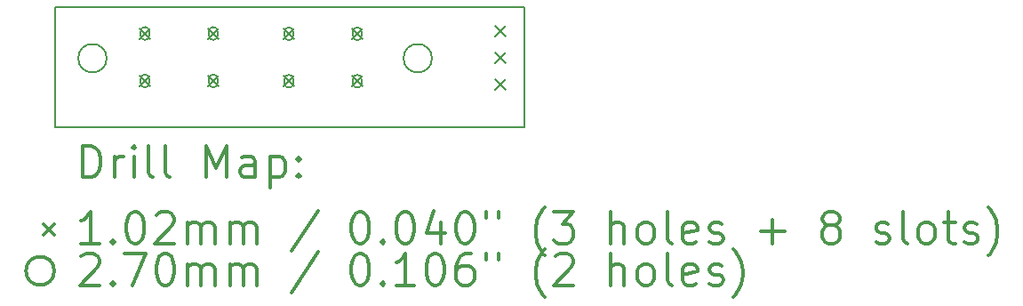
<source format=gbr>
%FSLAX45Y45*%
G04 Gerber Fmt 4.5, Leading zero omitted, Abs format (unit mm)*
G04 Created by KiCad (PCBNEW 0.201601262101+6516~42~ubuntu15.10.1-product) date Wed 27 Jan 2016 01:39:52 PM CET*
%MOMM*%
G01*
G04 APERTURE LIST*
%ADD10C,0.127000*%
%ADD11C,0.150000*%
%ADD12C,0.200000*%
%ADD13C,0.300000*%
G04 APERTURE END LIST*
D10*
D11*
X13970000Y-10871200D02*
X16687800Y-10871200D01*
X13970000Y-9728200D02*
X13970000Y-10871200D01*
X18440400Y-9728200D02*
X13970000Y-9728200D01*
X18440400Y-10871200D02*
X18440400Y-9728200D01*
X16687800Y-10871200D02*
X18440400Y-10871200D01*
D12*
X14775180Y-9923780D02*
X14876780Y-10025380D01*
X14876780Y-9923780D02*
X14775180Y-10025380D01*
X14785180Y-9954260D02*
X14785180Y-9994900D01*
X14866780Y-9954260D02*
X14866780Y-9994900D01*
X14785180Y-9994900D02*
G75*
G03X14866780Y-9994900I40800J0D01*
G01*
X14866780Y-9954260D02*
G75*
G03X14785180Y-9954260I-40800J0D01*
G01*
X14775180Y-10375900D02*
X14876780Y-10477500D01*
X14876780Y-10375900D02*
X14775180Y-10477500D01*
X14785180Y-10406380D02*
X14785180Y-10447020D01*
X14866780Y-10406380D02*
X14866780Y-10447020D01*
X14785180Y-10447020D02*
G75*
G03X14866780Y-10447020I40800J0D01*
G01*
X14866780Y-10406380D02*
G75*
G03X14785180Y-10406380I-40800J0D01*
G01*
X15425420Y-9923780D02*
X15527020Y-10025380D01*
X15527020Y-9923780D02*
X15425420Y-10025380D01*
X15435420Y-9954260D02*
X15435420Y-9994900D01*
X15517020Y-9954260D02*
X15517020Y-9994900D01*
X15435420Y-9994900D02*
G75*
G03X15517020Y-9994900I40800J0D01*
G01*
X15517020Y-9954260D02*
G75*
G03X15435420Y-9954260I-40800J0D01*
G01*
X15425420Y-10375900D02*
X15527020Y-10477500D01*
X15527020Y-10375900D02*
X15425420Y-10477500D01*
X15435420Y-10406380D02*
X15435420Y-10447020D01*
X15517020Y-10406380D02*
X15517020Y-10447020D01*
X15435420Y-10447020D02*
G75*
G03X15517020Y-10447020I40800J0D01*
G01*
X15517020Y-10406380D02*
G75*
G03X15435420Y-10406380I-40800J0D01*
G01*
X16146526Y-9927082D02*
X16248126Y-10028682D01*
X16248126Y-9927082D02*
X16146526Y-10028682D01*
X16156526Y-9957562D02*
X16156526Y-9998202D01*
X16238126Y-9957562D02*
X16238126Y-9998202D01*
X16156526Y-9998202D02*
G75*
G03X16238126Y-9998202I40800J0D01*
G01*
X16238126Y-9957562D02*
G75*
G03X16156526Y-9957562I-40800J0D01*
G01*
X16146526Y-10379202D02*
X16248126Y-10480802D01*
X16248126Y-10379202D02*
X16146526Y-10480802D01*
X16156526Y-10409682D02*
X16156526Y-10450322D01*
X16238126Y-10409682D02*
X16238126Y-10450322D01*
X16156526Y-10450322D02*
G75*
G03X16238126Y-10450322I40800J0D01*
G01*
X16238126Y-10409682D02*
G75*
G03X16156526Y-10409682I-40800J0D01*
G01*
X16796766Y-9927082D02*
X16898366Y-10028682D01*
X16898366Y-9927082D02*
X16796766Y-10028682D01*
X16806766Y-9957562D02*
X16806766Y-9998202D01*
X16888366Y-9957562D02*
X16888366Y-9998202D01*
X16806766Y-9998202D02*
G75*
G03X16888366Y-9998202I40800J0D01*
G01*
X16888366Y-9957562D02*
G75*
G03X16806766Y-9957562I-40800J0D01*
G01*
X16796766Y-10379202D02*
X16898366Y-10480802D01*
X16898366Y-10379202D02*
X16796766Y-10480802D01*
X16806766Y-10409682D02*
X16806766Y-10450322D01*
X16888366Y-10409682D02*
X16888366Y-10450322D01*
X16806766Y-10450322D02*
G75*
G03X16888366Y-10450322I40800J0D01*
G01*
X16888366Y-10409682D02*
G75*
G03X16806766Y-10409682I-40800J0D01*
G01*
X18161000Y-9906000D02*
X18262600Y-10007600D01*
X18262600Y-9906000D02*
X18161000Y-10007600D01*
X18161000Y-10160000D02*
X18262600Y-10261600D01*
X18262600Y-10160000D02*
X18161000Y-10261600D01*
X18161000Y-10414000D02*
X18262600Y-10515600D01*
X18262600Y-10414000D02*
X18161000Y-10515600D01*
X14460600Y-10210800D02*
G75*
G03X14460600Y-10210800I-135000J0D01*
G01*
X17559400Y-10210800D02*
G75*
G03X17559400Y-10210800I-135000J0D01*
G01*
D13*
X14233928Y-11344414D02*
X14233928Y-11044414D01*
X14305357Y-11044414D01*
X14348214Y-11058700D01*
X14376786Y-11087272D01*
X14391071Y-11115843D01*
X14405357Y-11172986D01*
X14405357Y-11215843D01*
X14391071Y-11272986D01*
X14376786Y-11301557D01*
X14348214Y-11330129D01*
X14305357Y-11344414D01*
X14233928Y-11344414D01*
X14533928Y-11344414D02*
X14533928Y-11144414D01*
X14533928Y-11201557D02*
X14548214Y-11172986D01*
X14562500Y-11158700D01*
X14591071Y-11144414D01*
X14619643Y-11144414D01*
X14719643Y-11344414D02*
X14719643Y-11144414D01*
X14719643Y-11044414D02*
X14705357Y-11058700D01*
X14719643Y-11072986D01*
X14733928Y-11058700D01*
X14719643Y-11044414D01*
X14719643Y-11072986D01*
X14905357Y-11344414D02*
X14876786Y-11330129D01*
X14862500Y-11301557D01*
X14862500Y-11044414D01*
X15062500Y-11344414D02*
X15033928Y-11330129D01*
X15019643Y-11301557D01*
X15019643Y-11044414D01*
X15405357Y-11344414D02*
X15405357Y-11044414D01*
X15505357Y-11258700D01*
X15605357Y-11044414D01*
X15605357Y-11344414D01*
X15876786Y-11344414D02*
X15876786Y-11187271D01*
X15862500Y-11158700D01*
X15833928Y-11144414D01*
X15776786Y-11144414D01*
X15748214Y-11158700D01*
X15876786Y-11330129D02*
X15848214Y-11344414D01*
X15776786Y-11344414D01*
X15748214Y-11330129D01*
X15733928Y-11301557D01*
X15733928Y-11272986D01*
X15748214Y-11244414D01*
X15776786Y-11230129D01*
X15848214Y-11230129D01*
X15876786Y-11215843D01*
X16019643Y-11144414D02*
X16019643Y-11444414D01*
X16019643Y-11158700D02*
X16048214Y-11144414D01*
X16105357Y-11144414D01*
X16133928Y-11158700D01*
X16148214Y-11172986D01*
X16162500Y-11201557D01*
X16162500Y-11287271D01*
X16148214Y-11315843D01*
X16133928Y-11330129D01*
X16105357Y-11344414D01*
X16048214Y-11344414D01*
X16019643Y-11330129D01*
X16291071Y-11315843D02*
X16305357Y-11330129D01*
X16291071Y-11344414D01*
X16276786Y-11330129D01*
X16291071Y-11315843D01*
X16291071Y-11344414D01*
X16291071Y-11158700D02*
X16305357Y-11172986D01*
X16291071Y-11187271D01*
X16276786Y-11172986D01*
X16291071Y-11158700D01*
X16291071Y-11187271D01*
X13860900Y-11787900D02*
X13962500Y-11889500D01*
X13962500Y-11787900D02*
X13860900Y-11889500D01*
X14391071Y-11974414D02*
X14219643Y-11974414D01*
X14305357Y-11974414D02*
X14305357Y-11674414D01*
X14276786Y-11717271D01*
X14248214Y-11745843D01*
X14219643Y-11760129D01*
X14519643Y-11945843D02*
X14533928Y-11960129D01*
X14519643Y-11974414D01*
X14505357Y-11960129D01*
X14519643Y-11945843D01*
X14519643Y-11974414D01*
X14719643Y-11674414D02*
X14748214Y-11674414D01*
X14776786Y-11688700D01*
X14791071Y-11702986D01*
X14805357Y-11731557D01*
X14819643Y-11788700D01*
X14819643Y-11860129D01*
X14805357Y-11917271D01*
X14791071Y-11945843D01*
X14776786Y-11960129D01*
X14748214Y-11974414D01*
X14719643Y-11974414D01*
X14691071Y-11960129D01*
X14676786Y-11945843D01*
X14662500Y-11917271D01*
X14648214Y-11860129D01*
X14648214Y-11788700D01*
X14662500Y-11731557D01*
X14676786Y-11702986D01*
X14691071Y-11688700D01*
X14719643Y-11674414D01*
X14933928Y-11702986D02*
X14948214Y-11688700D01*
X14976786Y-11674414D01*
X15048214Y-11674414D01*
X15076786Y-11688700D01*
X15091071Y-11702986D01*
X15105357Y-11731557D01*
X15105357Y-11760129D01*
X15091071Y-11802986D01*
X14919643Y-11974414D01*
X15105357Y-11974414D01*
X15233928Y-11974414D02*
X15233928Y-11774414D01*
X15233928Y-11802986D02*
X15248214Y-11788700D01*
X15276786Y-11774414D01*
X15319643Y-11774414D01*
X15348214Y-11788700D01*
X15362500Y-11817271D01*
X15362500Y-11974414D01*
X15362500Y-11817271D02*
X15376786Y-11788700D01*
X15405357Y-11774414D01*
X15448214Y-11774414D01*
X15476786Y-11788700D01*
X15491071Y-11817271D01*
X15491071Y-11974414D01*
X15633928Y-11974414D02*
X15633928Y-11774414D01*
X15633928Y-11802986D02*
X15648214Y-11788700D01*
X15676786Y-11774414D01*
X15719643Y-11774414D01*
X15748214Y-11788700D01*
X15762500Y-11817271D01*
X15762500Y-11974414D01*
X15762500Y-11817271D02*
X15776786Y-11788700D01*
X15805357Y-11774414D01*
X15848214Y-11774414D01*
X15876786Y-11788700D01*
X15891071Y-11817271D01*
X15891071Y-11974414D01*
X16476786Y-11660129D02*
X16219643Y-12045843D01*
X16862500Y-11674414D02*
X16891071Y-11674414D01*
X16919643Y-11688700D01*
X16933928Y-11702986D01*
X16948214Y-11731557D01*
X16962500Y-11788700D01*
X16962500Y-11860129D01*
X16948214Y-11917271D01*
X16933928Y-11945843D01*
X16919643Y-11960129D01*
X16891071Y-11974414D01*
X16862500Y-11974414D01*
X16833928Y-11960129D01*
X16819643Y-11945843D01*
X16805357Y-11917271D01*
X16791071Y-11860129D01*
X16791071Y-11788700D01*
X16805357Y-11731557D01*
X16819643Y-11702986D01*
X16833928Y-11688700D01*
X16862500Y-11674414D01*
X17091071Y-11945843D02*
X17105357Y-11960129D01*
X17091071Y-11974414D01*
X17076786Y-11960129D01*
X17091071Y-11945843D01*
X17091071Y-11974414D01*
X17291071Y-11674414D02*
X17319643Y-11674414D01*
X17348214Y-11688700D01*
X17362500Y-11702986D01*
X17376786Y-11731557D01*
X17391071Y-11788700D01*
X17391071Y-11860129D01*
X17376786Y-11917271D01*
X17362500Y-11945843D01*
X17348214Y-11960129D01*
X17319643Y-11974414D01*
X17291071Y-11974414D01*
X17262500Y-11960129D01*
X17248214Y-11945843D01*
X17233928Y-11917271D01*
X17219643Y-11860129D01*
X17219643Y-11788700D01*
X17233928Y-11731557D01*
X17248214Y-11702986D01*
X17262500Y-11688700D01*
X17291071Y-11674414D01*
X17648214Y-11774414D02*
X17648214Y-11974414D01*
X17576786Y-11660129D02*
X17505357Y-11874414D01*
X17691071Y-11874414D01*
X17862500Y-11674414D02*
X17891071Y-11674414D01*
X17919643Y-11688700D01*
X17933928Y-11702986D01*
X17948214Y-11731557D01*
X17962500Y-11788700D01*
X17962500Y-11860129D01*
X17948214Y-11917271D01*
X17933928Y-11945843D01*
X17919643Y-11960129D01*
X17891071Y-11974414D01*
X17862500Y-11974414D01*
X17833928Y-11960129D01*
X17819643Y-11945843D01*
X17805357Y-11917271D01*
X17791071Y-11860129D01*
X17791071Y-11788700D01*
X17805357Y-11731557D01*
X17819643Y-11702986D01*
X17833928Y-11688700D01*
X17862500Y-11674414D01*
X18076786Y-11674414D02*
X18076786Y-11731557D01*
X18191071Y-11674414D02*
X18191071Y-11731557D01*
X18633928Y-12088700D02*
X18619643Y-12074414D01*
X18591071Y-12031557D01*
X18576786Y-12002986D01*
X18562500Y-11960129D01*
X18548214Y-11888700D01*
X18548214Y-11831557D01*
X18562500Y-11760129D01*
X18576786Y-11717271D01*
X18591071Y-11688700D01*
X18619643Y-11645843D01*
X18633928Y-11631557D01*
X18719643Y-11674414D02*
X18905357Y-11674414D01*
X18805357Y-11788700D01*
X18848214Y-11788700D01*
X18876786Y-11802986D01*
X18891071Y-11817271D01*
X18905357Y-11845843D01*
X18905357Y-11917271D01*
X18891071Y-11945843D01*
X18876786Y-11960129D01*
X18848214Y-11974414D01*
X18762500Y-11974414D01*
X18733928Y-11960129D01*
X18719643Y-11945843D01*
X19262500Y-11974414D02*
X19262500Y-11674414D01*
X19391071Y-11974414D02*
X19391071Y-11817271D01*
X19376786Y-11788700D01*
X19348214Y-11774414D01*
X19305357Y-11774414D01*
X19276786Y-11788700D01*
X19262500Y-11802986D01*
X19576786Y-11974414D02*
X19548214Y-11960129D01*
X19533928Y-11945843D01*
X19519643Y-11917271D01*
X19519643Y-11831557D01*
X19533928Y-11802986D01*
X19548214Y-11788700D01*
X19576786Y-11774414D01*
X19619643Y-11774414D01*
X19648214Y-11788700D01*
X19662500Y-11802986D01*
X19676786Y-11831557D01*
X19676786Y-11917271D01*
X19662500Y-11945843D01*
X19648214Y-11960129D01*
X19619643Y-11974414D01*
X19576786Y-11974414D01*
X19848214Y-11974414D02*
X19819643Y-11960129D01*
X19805357Y-11931557D01*
X19805357Y-11674414D01*
X20076786Y-11960129D02*
X20048214Y-11974414D01*
X19991071Y-11974414D01*
X19962500Y-11960129D01*
X19948214Y-11931557D01*
X19948214Y-11817271D01*
X19962500Y-11788700D01*
X19991071Y-11774414D01*
X20048214Y-11774414D01*
X20076786Y-11788700D01*
X20091071Y-11817271D01*
X20091071Y-11845843D01*
X19948214Y-11874414D01*
X20205357Y-11960129D02*
X20233929Y-11974414D01*
X20291071Y-11974414D01*
X20319643Y-11960129D01*
X20333929Y-11931557D01*
X20333929Y-11917271D01*
X20319643Y-11888700D01*
X20291071Y-11874414D01*
X20248214Y-11874414D01*
X20219643Y-11860129D01*
X20205357Y-11831557D01*
X20205357Y-11817271D01*
X20219643Y-11788700D01*
X20248214Y-11774414D01*
X20291071Y-11774414D01*
X20319643Y-11788700D01*
X20691071Y-11860129D02*
X20919643Y-11860129D01*
X20805357Y-11974414D02*
X20805357Y-11745843D01*
X21333928Y-11802986D02*
X21305357Y-11788700D01*
X21291071Y-11774414D01*
X21276786Y-11745843D01*
X21276786Y-11731557D01*
X21291071Y-11702986D01*
X21305357Y-11688700D01*
X21333928Y-11674414D01*
X21391071Y-11674414D01*
X21419643Y-11688700D01*
X21433928Y-11702986D01*
X21448214Y-11731557D01*
X21448214Y-11745843D01*
X21433928Y-11774414D01*
X21419643Y-11788700D01*
X21391071Y-11802986D01*
X21333928Y-11802986D01*
X21305357Y-11817271D01*
X21291071Y-11831557D01*
X21276786Y-11860129D01*
X21276786Y-11917271D01*
X21291071Y-11945843D01*
X21305357Y-11960129D01*
X21333928Y-11974414D01*
X21391071Y-11974414D01*
X21419643Y-11960129D01*
X21433928Y-11945843D01*
X21448214Y-11917271D01*
X21448214Y-11860129D01*
X21433928Y-11831557D01*
X21419643Y-11817271D01*
X21391071Y-11802986D01*
X21791071Y-11960129D02*
X21819643Y-11974414D01*
X21876786Y-11974414D01*
X21905357Y-11960129D01*
X21919643Y-11931557D01*
X21919643Y-11917271D01*
X21905357Y-11888700D01*
X21876786Y-11874414D01*
X21833928Y-11874414D01*
X21805357Y-11860129D01*
X21791071Y-11831557D01*
X21791071Y-11817271D01*
X21805357Y-11788700D01*
X21833928Y-11774414D01*
X21876786Y-11774414D01*
X21905357Y-11788700D01*
X22091071Y-11974414D02*
X22062500Y-11960129D01*
X22048214Y-11931557D01*
X22048214Y-11674414D01*
X22248214Y-11974414D02*
X22219643Y-11960129D01*
X22205357Y-11945843D01*
X22191071Y-11917271D01*
X22191071Y-11831557D01*
X22205357Y-11802986D01*
X22219643Y-11788700D01*
X22248214Y-11774414D01*
X22291071Y-11774414D01*
X22319643Y-11788700D01*
X22333928Y-11802986D01*
X22348214Y-11831557D01*
X22348214Y-11917271D01*
X22333928Y-11945843D01*
X22319643Y-11960129D01*
X22291071Y-11974414D01*
X22248214Y-11974414D01*
X22433928Y-11774414D02*
X22548214Y-11774414D01*
X22476786Y-11674414D02*
X22476786Y-11931557D01*
X22491071Y-11960129D01*
X22519643Y-11974414D01*
X22548214Y-11974414D01*
X22633928Y-11960129D02*
X22662500Y-11974414D01*
X22719643Y-11974414D01*
X22748214Y-11960129D01*
X22762500Y-11931557D01*
X22762500Y-11917271D01*
X22748214Y-11888700D01*
X22719643Y-11874414D01*
X22676786Y-11874414D01*
X22648214Y-11860129D01*
X22633928Y-11831557D01*
X22633928Y-11817271D01*
X22648214Y-11788700D01*
X22676786Y-11774414D01*
X22719643Y-11774414D01*
X22748214Y-11788700D01*
X22862500Y-12088700D02*
X22876786Y-12074414D01*
X22905357Y-12031557D01*
X22919643Y-12002986D01*
X22933928Y-11960129D01*
X22948214Y-11888700D01*
X22948214Y-11831557D01*
X22933928Y-11760129D01*
X22919643Y-11717271D01*
X22905357Y-11688700D01*
X22876786Y-11645843D01*
X22862500Y-11631557D01*
X13962500Y-12234700D02*
G75*
G03X13962500Y-12234700I-135000J0D01*
G01*
X14219643Y-12098986D02*
X14233928Y-12084700D01*
X14262500Y-12070414D01*
X14333928Y-12070414D01*
X14362500Y-12084700D01*
X14376786Y-12098986D01*
X14391071Y-12127557D01*
X14391071Y-12156129D01*
X14376786Y-12198986D01*
X14205357Y-12370414D01*
X14391071Y-12370414D01*
X14519643Y-12341843D02*
X14533928Y-12356129D01*
X14519643Y-12370414D01*
X14505357Y-12356129D01*
X14519643Y-12341843D01*
X14519643Y-12370414D01*
X14633928Y-12070414D02*
X14833928Y-12070414D01*
X14705357Y-12370414D01*
X15005357Y-12070414D02*
X15033928Y-12070414D01*
X15062500Y-12084700D01*
X15076786Y-12098986D01*
X15091071Y-12127557D01*
X15105357Y-12184700D01*
X15105357Y-12256129D01*
X15091071Y-12313271D01*
X15076786Y-12341843D01*
X15062500Y-12356129D01*
X15033928Y-12370414D01*
X15005357Y-12370414D01*
X14976786Y-12356129D01*
X14962500Y-12341843D01*
X14948214Y-12313271D01*
X14933928Y-12256129D01*
X14933928Y-12184700D01*
X14948214Y-12127557D01*
X14962500Y-12098986D01*
X14976786Y-12084700D01*
X15005357Y-12070414D01*
X15233928Y-12370414D02*
X15233928Y-12170414D01*
X15233928Y-12198986D02*
X15248214Y-12184700D01*
X15276786Y-12170414D01*
X15319643Y-12170414D01*
X15348214Y-12184700D01*
X15362500Y-12213271D01*
X15362500Y-12370414D01*
X15362500Y-12213271D02*
X15376786Y-12184700D01*
X15405357Y-12170414D01*
X15448214Y-12170414D01*
X15476786Y-12184700D01*
X15491071Y-12213271D01*
X15491071Y-12370414D01*
X15633928Y-12370414D02*
X15633928Y-12170414D01*
X15633928Y-12198986D02*
X15648214Y-12184700D01*
X15676786Y-12170414D01*
X15719643Y-12170414D01*
X15748214Y-12184700D01*
X15762500Y-12213271D01*
X15762500Y-12370414D01*
X15762500Y-12213271D02*
X15776786Y-12184700D01*
X15805357Y-12170414D01*
X15848214Y-12170414D01*
X15876786Y-12184700D01*
X15891071Y-12213271D01*
X15891071Y-12370414D01*
X16476786Y-12056129D02*
X16219643Y-12441843D01*
X16862500Y-12070414D02*
X16891071Y-12070414D01*
X16919643Y-12084700D01*
X16933928Y-12098986D01*
X16948214Y-12127557D01*
X16962500Y-12184700D01*
X16962500Y-12256129D01*
X16948214Y-12313271D01*
X16933928Y-12341843D01*
X16919643Y-12356129D01*
X16891071Y-12370414D01*
X16862500Y-12370414D01*
X16833928Y-12356129D01*
X16819643Y-12341843D01*
X16805357Y-12313271D01*
X16791071Y-12256129D01*
X16791071Y-12184700D01*
X16805357Y-12127557D01*
X16819643Y-12098986D01*
X16833928Y-12084700D01*
X16862500Y-12070414D01*
X17091071Y-12341843D02*
X17105357Y-12356129D01*
X17091071Y-12370414D01*
X17076786Y-12356129D01*
X17091071Y-12341843D01*
X17091071Y-12370414D01*
X17391071Y-12370414D02*
X17219643Y-12370414D01*
X17305357Y-12370414D02*
X17305357Y-12070414D01*
X17276786Y-12113271D01*
X17248214Y-12141843D01*
X17219643Y-12156129D01*
X17576786Y-12070414D02*
X17605357Y-12070414D01*
X17633928Y-12084700D01*
X17648214Y-12098986D01*
X17662500Y-12127557D01*
X17676786Y-12184700D01*
X17676786Y-12256129D01*
X17662500Y-12313271D01*
X17648214Y-12341843D01*
X17633928Y-12356129D01*
X17605357Y-12370414D01*
X17576786Y-12370414D01*
X17548214Y-12356129D01*
X17533928Y-12341843D01*
X17519643Y-12313271D01*
X17505357Y-12256129D01*
X17505357Y-12184700D01*
X17519643Y-12127557D01*
X17533928Y-12098986D01*
X17548214Y-12084700D01*
X17576786Y-12070414D01*
X17933928Y-12070414D02*
X17876786Y-12070414D01*
X17848214Y-12084700D01*
X17833928Y-12098986D01*
X17805357Y-12141843D01*
X17791071Y-12198986D01*
X17791071Y-12313271D01*
X17805357Y-12341843D01*
X17819643Y-12356129D01*
X17848214Y-12370414D01*
X17905357Y-12370414D01*
X17933928Y-12356129D01*
X17948214Y-12341843D01*
X17962500Y-12313271D01*
X17962500Y-12241843D01*
X17948214Y-12213271D01*
X17933928Y-12198986D01*
X17905357Y-12184700D01*
X17848214Y-12184700D01*
X17819643Y-12198986D01*
X17805357Y-12213271D01*
X17791071Y-12241843D01*
X18076786Y-12070414D02*
X18076786Y-12127557D01*
X18191071Y-12070414D02*
X18191071Y-12127557D01*
X18633928Y-12484700D02*
X18619643Y-12470414D01*
X18591071Y-12427557D01*
X18576786Y-12398986D01*
X18562500Y-12356129D01*
X18548214Y-12284700D01*
X18548214Y-12227557D01*
X18562500Y-12156129D01*
X18576786Y-12113271D01*
X18591071Y-12084700D01*
X18619643Y-12041843D01*
X18633928Y-12027557D01*
X18733928Y-12098986D02*
X18748214Y-12084700D01*
X18776786Y-12070414D01*
X18848214Y-12070414D01*
X18876786Y-12084700D01*
X18891071Y-12098986D01*
X18905357Y-12127557D01*
X18905357Y-12156129D01*
X18891071Y-12198986D01*
X18719643Y-12370414D01*
X18905357Y-12370414D01*
X19262500Y-12370414D02*
X19262500Y-12070414D01*
X19391071Y-12370414D02*
X19391071Y-12213271D01*
X19376786Y-12184700D01*
X19348214Y-12170414D01*
X19305357Y-12170414D01*
X19276786Y-12184700D01*
X19262500Y-12198986D01*
X19576786Y-12370414D02*
X19548214Y-12356129D01*
X19533928Y-12341843D01*
X19519643Y-12313271D01*
X19519643Y-12227557D01*
X19533928Y-12198986D01*
X19548214Y-12184700D01*
X19576786Y-12170414D01*
X19619643Y-12170414D01*
X19648214Y-12184700D01*
X19662500Y-12198986D01*
X19676786Y-12227557D01*
X19676786Y-12313271D01*
X19662500Y-12341843D01*
X19648214Y-12356129D01*
X19619643Y-12370414D01*
X19576786Y-12370414D01*
X19848214Y-12370414D02*
X19819643Y-12356129D01*
X19805357Y-12327557D01*
X19805357Y-12070414D01*
X20076786Y-12356129D02*
X20048214Y-12370414D01*
X19991071Y-12370414D01*
X19962500Y-12356129D01*
X19948214Y-12327557D01*
X19948214Y-12213271D01*
X19962500Y-12184700D01*
X19991071Y-12170414D01*
X20048214Y-12170414D01*
X20076786Y-12184700D01*
X20091071Y-12213271D01*
X20091071Y-12241843D01*
X19948214Y-12270414D01*
X20205357Y-12356129D02*
X20233929Y-12370414D01*
X20291071Y-12370414D01*
X20319643Y-12356129D01*
X20333929Y-12327557D01*
X20333929Y-12313271D01*
X20319643Y-12284700D01*
X20291071Y-12270414D01*
X20248214Y-12270414D01*
X20219643Y-12256129D01*
X20205357Y-12227557D01*
X20205357Y-12213271D01*
X20219643Y-12184700D01*
X20248214Y-12170414D01*
X20291071Y-12170414D01*
X20319643Y-12184700D01*
X20433928Y-12484700D02*
X20448214Y-12470414D01*
X20476786Y-12427557D01*
X20491071Y-12398986D01*
X20505357Y-12356129D01*
X20519643Y-12284700D01*
X20519643Y-12227557D01*
X20505357Y-12156129D01*
X20491071Y-12113271D01*
X20476786Y-12084700D01*
X20448214Y-12041843D01*
X20433928Y-12027557D01*
M02*

</source>
